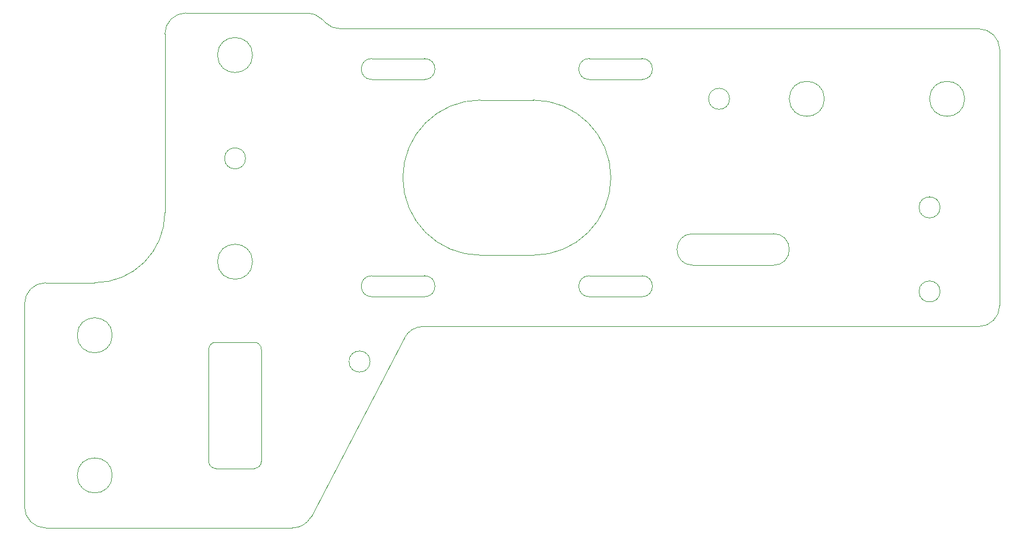
<source format=gm1>
G04 #@! TF.GenerationSoftware,KiCad,Pcbnew,5.1.9+dfsg1-1+deb11u1*
G04 #@! TF.CreationDate,2023-07-13T21:36:33+09:00*
G04 #@! TF.ProjectId,test,74657374-2e6b-4696-9361-645f70636258,rev?*
G04 #@! TF.SameCoordinates,Original*
G04 #@! TF.FileFunction,Profile,NP*
%FSLAX46Y46*%
G04 Gerber Fmt 4.6, Leading zero omitted, Abs format (unit mm)*
G04 Created by KiCad (PCBNEW 5.1.9+dfsg1-1+deb11u1) date 2023-07-13 21:36:33*
%MOMM*%
%LPD*%
G01*
G04 APERTURE LIST*
G04 #@! TA.AperFunction,Profile*
%ADD10C,0.050000*%
G04 #@! TD*
G04 APERTURE END LIST*
D10*
X137931400Y-153500000D02*
X102750000Y-153500000D01*
X140591155Y-151887697D02*
G75*
G02*
X137931400Y-153500000I-2659755J1387697D01*
G01*
X153908800Y-126362300D02*
X140591200Y-151887700D01*
X172250000Y-92425000D02*
G75*
G02*
X172250000Y-114575000I0J-11075000D01*
G01*
X102750000Y-118500000D02*
X109750000Y-118500000D01*
X99750000Y-121500000D02*
G75*
G02*
X102750000Y-118500000I3000000J0D01*
G01*
X102750000Y-153500000D02*
G75*
G02*
X99750000Y-150500000I0J3000000D01*
G01*
X99750000Y-150500000D02*
X99750000Y-121500000D01*
X149250000Y-120500000D02*
G75*
G02*
X149250000Y-117500000I0J1500000D01*
G01*
X132250000Y-115500000D02*
G75*
G03*
X132250000Y-115500000I-2500000J0D01*
G01*
X149250000Y-120500000D02*
X156750000Y-120500000D01*
X126000000Y-128000000D02*
G75*
G02*
X127000000Y-127000000I1000000J0D01*
G01*
X132500000Y-127000000D02*
X127000000Y-127000000D01*
X180250000Y-86500000D02*
X187750000Y-86500000D01*
X142128700Y-80878700D02*
X142621300Y-81371300D01*
X131250000Y-100750000D02*
G75*
G03*
X131250000Y-100750000I-1500000J0D01*
G01*
X195000000Y-116000000D02*
G75*
G02*
X195000000Y-111500000I0J2250000D01*
G01*
X187750000Y-117500000D02*
G75*
G02*
X187750000Y-120500000I0J-1500000D01*
G01*
X235750000Y-124750000D02*
X156568600Y-124750000D01*
X230250000Y-119750000D02*
G75*
G03*
X230250000Y-119750000I-1500000J0D01*
G01*
X127000000Y-145000000D02*
X132500000Y-145000000D01*
X132250000Y-86000000D02*
G75*
G03*
X132250000Y-86000000I-2500000J0D01*
G01*
X149250000Y-89500000D02*
X156750000Y-89500000D01*
X156750000Y-117500000D02*
G75*
G02*
X156750000Y-120500000I0J-1500000D01*
G01*
X187750000Y-86500000D02*
G75*
G02*
X187750000Y-89500000I0J-1500000D01*
G01*
X149000000Y-129750000D02*
G75*
G03*
X149000000Y-129750000I-1500000J0D01*
G01*
X180250000Y-89500000D02*
X187750000Y-89500000D01*
X238750000Y-85250000D02*
X238750000Y-121750000D01*
X200250000Y-92250000D02*
G75*
G03*
X200250000Y-92250000I-1500000J0D01*
G01*
X206500000Y-111500000D02*
G75*
G02*
X206500000Y-116000000I0J-2250000D01*
G01*
X230250000Y-107750000D02*
G75*
G03*
X230250000Y-107750000I-1500000J0D01*
G01*
X132500000Y-127000000D02*
G75*
G02*
X133500000Y-128000000I0J-1000000D01*
G01*
X180250000Y-89500000D02*
G75*
G02*
X180250000Y-86500000I0J1500000D01*
G01*
X112250000Y-146000000D02*
G75*
G03*
X112250000Y-146000000I-2500000J0D01*
G01*
X133500000Y-144000000D02*
X133500000Y-128000000D01*
X119750000Y-83000000D02*
G75*
G02*
X122750000Y-80000000I3000000J0D01*
G01*
X180250000Y-117500000D02*
X187750000Y-117500000D01*
X112250000Y-126000000D02*
G75*
G03*
X112250000Y-126000000I-2500000J0D01*
G01*
X180250000Y-120500000D02*
G75*
G02*
X180250000Y-117500000I0J1500000D01*
G01*
X233750000Y-92250000D02*
G75*
G03*
X233750000Y-92250000I-2500000J0D01*
G01*
X195000000Y-111500000D02*
X206500000Y-111500000D01*
X180250000Y-120500000D02*
X187750000Y-120500000D01*
X140007400Y-80000000D02*
G75*
G02*
X142128720Y-80878680I0J-3000000D01*
G01*
X164750000Y-114575000D02*
X172250000Y-114575000D01*
X149250000Y-117500000D02*
X156750000Y-117500000D01*
X127000000Y-145000000D02*
G75*
G02*
X126000000Y-144000000I0J1000000D01*
G01*
X164750000Y-114575000D02*
G75*
G02*
X164750000Y-92425000I0J11075000D01*
G01*
X133500000Y-144000000D02*
G75*
G02*
X132500000Y-145000000I-1000000J0D01*
G01*
X153908850Y-126362293D02*
G75*
G02*
X156568600Y-124750000I2659750J-1387707D01*
G01*
X122750000Y-80000000D02*
X140007400Y-80000000D01*
X144742600Y-82250001D02*
G75*
G02*
X142621279Y-81371321I0J3000001D01*
G01*
X164750000Y-92425000D02*
X172250000Y-92425000D01*
X126000000Y-128000000D02*
X126000000Y-144000000D01*
X144742600Y-82250000D02*
X235750000Y-82250000D01*
X238750000Y-121750000D02*
G75*
G02*
X235750000Y-124750000I-3000000J0D01*
G01*
X119750000Y-108500000D02*
X119750000Y-83000000D01*
X149250000Y-86500000D02*
X156750000Y-86500000D01*
X195000000Y-116000000D02*
X206500000Y-116000000D01*
X235750000Y-82250000D02*
G75*
G02*
X238750000Y-85250000I0J-3000000D01*
G01*
X156750000Y-86500000D02*
G75*
G02*
X156750000Y-89500000I0J-1500000D01*
G01*
X149250000Y-89500000D02*
G75*
G02*
X149250000Y-86500000I0J1500000D01*
G01*
X213750000Y-92250000D02*
G75*
G03*
X213750000Y-92250000I-2500000J0D01*
G01*
X119750000Y-108500000D02*
G75*
G02*
X109750000Y-118500000I-10000000J0D01*
G01*
M02*

</source>
